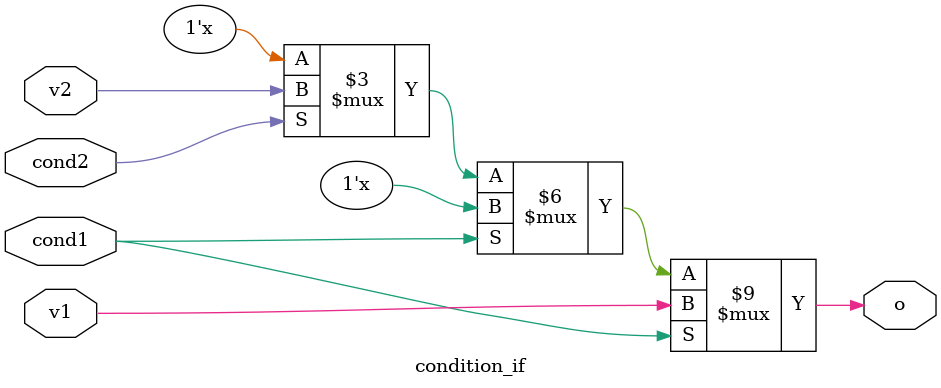
<source format=v>
module condition_if(
    input cond1,
    input cond2,
    input v1,
    input v2,
    output o
);
always@(*) begin
    if (cond1) begin
        o = v1;
    end else begin
        if(cond2) begin
            o = v2;
        end
    end
end
endmodule

</source>
